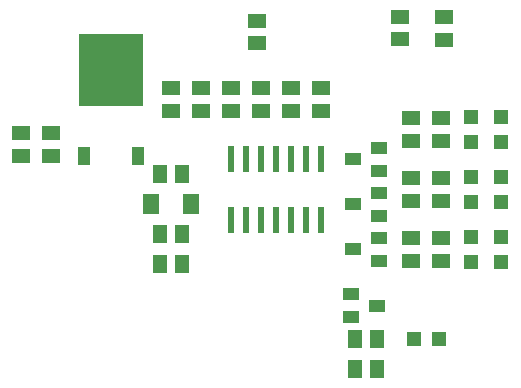
<source format=gtp>
G75*
%MOIN*%
%OFA0B0*%
%FSLAX25Y25*%
%IPPOS*%
%LPD*%
%AMOC8*
5,1,8,0,0,1.08239X$1,22.5*
%
%ADD10R,0.04724X0.04724*%
%ADD11R,0.05906X0.05118*%
%ADD12R,0.05512X0.07087*%
%ADD13R,0.02362X0.08661*%
%ADD14R,0.21260X0.24409*%
%ADD15R,0.03937X0.06299*%
%ADD16R,0.05512X0.03937*%
%ADD17R,0.05118X0.06299*%
%ADD18R,0.06299X0.05118*%
D10*
X0160236Y0077081D03*
X0168504Y0077081D03*
X0179370Y0102947D03*
X0179370Y0111215D03*
X0189370Y0111215D03*
X0189370Y0102947D03*
X0189370Y0122947D03*
X0189370Y0131215D03*
X0179370Y0131215D03*
X0179370Y0122947D03*
X0179370Y0142947D03*
X0179370Y0151215D03*
X0189370Y0151215D03*
X0189370Y0142947D03*
D11*
X0089216Y0153303D03*
X0089216Y0160784D03*
X0079370Y0160821D03*
X0079370Y0153341D03*
X0039370Y0145821D03*
X0039370Y0138341D03*
X0029370Y0138341D03*
X0029370Y0145821D03*
D12*
X0072677Y0122081D03*
X0086063Y0122081D03*
D13*
X0099370Y0116845D03*
X0104370Y0116845D03*
X0109370Y0116845D03*
X0114370Y0116845D03*
X0119370Y0116845D03*
X0124370Y0116845D03*
X0129370Y0116845D03*
X0129370Y0137317D03*
X0124370Y0137317D03*
X0119370Y0137317D03*
X0114370Y0137317D03*
X0109370Y0137317D03*
X0104370Y0137317D03*
X0099370Y0137317D03*
D14*
X0059370Y0166924D03*
D15*
X0050394Y0138183D03*
X0068346Y0138183D03*
D16*
X0140039Y0137081D03*
X0148701Y0133341D03*
X0148701Y0140821D03*
X0148701Y0125821D03*
X0148701Y0118341D03*
X0148701Y0110821D03*
X0148701Y0103341D03*
X0140039Y0107081D03*
X0139370Y0092081D03*
X0139370Y0084601D03*
X0148032Y0088341D03*
X0140039Y0122081D03*
D17*
X0075630Y0102081D03*
X0083110Y0102081D03*
X0083110Y0112081D03*
X0075630Y0112081D03*
X0075630Y0132081D03*
X0083110Y0132081D03*
X0140630Y0077081D03*
X0148110Y0077081D03*
X0148110Y0067081D03*
X0140630Y0067081D03*
D18*
X0159370Y0103341D03*
X0159370Y0110821D03*
X0169370Y0110821D03*
X0169370Y0103341D03*
X0169370Y0123341D03*
X0169370Y0130821D03*
X0159370Y0130821D03*
X0159370Y0123341D03*
X0159370Y0143341D03*
X0159370Y0150821D03*
X0169370Y0150821D03*
X0169370Y0143341D03*
X0170379Y0176950D03*
X0170379Y0184431D03*
X0155666Y0184581D03*
X0155666Y0177101D03*
X0129370Y0160821D03*
X0129370Y0153341D03*
X0119370Y0153341D03*
X0119370Y0160821D03*
X0109370Y0160821D03*
X0109370Y0153341D03*
X0099370Y0153341D03*
X0099370Y0160821D03*
X0107815Y0175769D03*
X0107815Y0183249D03*
M02*

</source>
